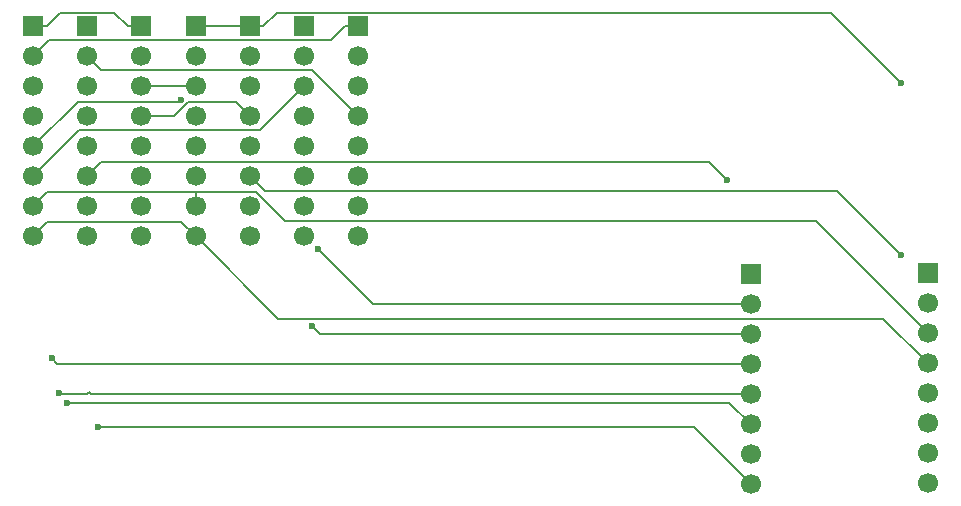
<source format=gtl>
%TF.GenerationSoftware,KiCad,Pcbnew,9.0.6*%
%TF.CreationDate,2025-12-05T12:09:09+01:00*%
%TF.ProjectId,Vikingboard,56696b69-6e67-4626-9f61-72642e6b6963,rev?*%
%TF.SameCoordinates,Original*%
%TF.FileFunction,Copper,L1,Top*%
%TF.FilePolarity,Positive*%
%FSLAX46Y46*%
G04 Gerber Fmt 4.6, Leading zero omitted, Abs format (unit mm)*
G04 Created by KiCad (PCBNEW 9.0.6) date 2025-12-05 12:09:09*
%MOMM*%
%LPD*%
G01*
G04 APERTURE LIST*
%TA.AperFunction,ComponentPad*%
%ADD10R,1.700000X1.700000*%
%TD*%
%TA.AperFunction,ComponentPad*%
%ADD11C,1.700000*%
%TD*%
%TA.AperFunction,ViaPad*%
%ADD12C,0.600000*%
%TD*%
%TA.AperFunction,Conductor*%
%ADD13C,0.200000*%
%TD*%
G04 APERTURE END LIST*
D10*
%TO.P,U2,1,REG*%
%TO.N,NRF24_IRQ*%
X111000000Y-90800000D03*
D11*
%TO.P,U2,2,SCL*%
%TO.N,KBD_RST*%
X111000000Y-93340000D03*
%TO.P,U2,3,SDA*%
%TO.N,KBD_INT*%
X111000000Y-95880000D03*
%TO.P,U2,4,IN/TRIG*%
%TO.N,FZ_GPIO1*%
X111000000Y-98420000D03*
%TO.P,U2,5,EN*%
%TO.N,FZ_GPIO2*%
X111000000Y-100960000D03*
%TO.P,U2,6,VDD/NC*%
%TO.N,FZ_GPIO3*%
X111000000Y-103500000D03*
%TO.P,U2,7,OUT+*%
%TO.N,FZ_GPIO4*%
X111000000Y-106040000D03*
%TO.P,U2,8,GND*%
%TO.N,FZ_GPIO5*%
X111000000Y-108580000D03*
%TD*%
D10*
%TO.P,U1,1,Pin_1*%
%TO.N,+5V_SYS*%
X59410000Y-69840000D03*
D11*
%TO.P,U1,2,Pin_2*%
%TO.N,GND*%
X59410000Y-72380000D03*
%TO.P,U1,3,Pin_3*%
%TO.N,EN*%
X59410000Y-74920000D03*
%TO.P,U1,4,Pin_4*%
%TO.N,SPI_SCK*%
X59410000Y-77460000D03*
%TO.P,U1,5,Pin_5*%
%TO.N,SPI_MOSI*%
X59410000Y-80000000D03*
%TO.P,U1,6*%
%TO.N,N/C*%
X59410000Y-82540000D03*
%TO.P,U1,7*%
X59410000Y-85080000D03*
%TO.P,U1,8*%
X59410000Y-87620000D03*
%TD*%
D10*
%TO.P,U7,1,Pin_1*%
%TO.N,+3V3_IO*%
X77770000Y-69840000D03*
D11*
%TO.P,U7,2,Pin_2*%
%TO.N,GND*%
X77770000Y-72380000D03*
%TO.P,U7,3,Pin_3*%
%TO.N,GPS_RX*%
X77770000Y-74920000D03*
%TO.P,U7,4,Pin_4*%
%TO.N,GPS_TX*%
X77770000Y-77460000D03*
%TO.P,U7,5,Pin_5*%
%TO.N,GPS_PPS*%
X77770000Y-80000000D03*
%TO.P,U7,6,Pin_6*%
%TO.N,GND*%
X77770000Y-82540000D03*
%TO.P,U7,7,Pin_7*%
X77770000Y-85080000D03*
%TO.P,U7,8,Pin_8*%
X77770000Y-87620000D03*
%TD*%
D10*
%TO.P,U3,1,OD/CLK*%
%TO.N,+3V3_RF*%
X64000000Y-69840000D03*
D11*
%TO.P,U3,2,I0*%
%TO.N,GND*%
X64000000Y-72380000D03*
%TO.P,U3,3,I1*%
%TO.N,EN*%
X64000000Y-74920000D03*
%TO.P,U3,4,I2*%
%TO.N,LORA_BUSY*%
X64000000Y-77460000D03*
%TO.P,U3,5,I3*%
%TO.N,LORA_DIO1*%
X64000000Y-80000000D03*
%TO.P,U3,6,I4*%
%TO.N,LORA_CS*%
X64000000Y-82540000D03*
%TO.P,U3,7,I5*%
%TO.N,SPI_SCK*%
X64000000Y-85080000D03*
%TO.P,U3,8,I6*%
%TO.N,SPI_MOSI*%
X64000000Y-87620000D03*
%TD*%
D10*
%TO.P,U6,1,Pin_1*%
%TO.N,KBD_INT*%
X73180000Y-69840000D03*
D11*
%TO.P,U6,2,Pin_2*%
%TO.N,I2C_SCL*%
X73180000Y-72380000D03*
%TO.P,U6,3,Pin_3*%
%TO.N,I2C_SDA*%
X73180000Y-74920000D03*
%TO.P,U6,4,Pin_4*%
%TO.N,KBD_RST*%
X73180000Y-77460000D03*
%TO.P,U6,5,Pin_5*%
%TO.N,GND*%
X73180000Y-80000000D03*
%TO.P,U6,6,Pin_6*%
%TO.N,+3V3_KBD*%
X73180000Y-82540000D03*
%TO.P,U6,7,Pin_7*%
%TO.N,GND*%
X73180000Y-85080000D03*
%TO.P,U6,8,Pin_8*%
X73180000Y-87620000D03*
%TD*%
D10*
%TO.P,J1,1,Pin_1*%
%TO.N,+5V_SYS*%
X50230000Y-69840000D03*
D11*
%TO.P,J1,2,Pin_2*%
%TO.N,+3V3_IO*%
X50230000Y-72380000D03*
%TO.P,J1,3,Pin_3*%
%TO.N,GND*%
X50230000Y-74920000D03*
%TO.P,J1,4,Pin_4*%
%TO.N,GPS_RX*%
X50230000Y-77460000D03*
%TO.P,J1,5,Pin_5*%
%TO.N,I2C_SCL*%
X50230000Y-80000000D03*
%TO.P,J1,6,Pin_6*%
%TO.N,I2C_SDA*%
X50230000Y-82540000D03*
%TO.P,J1,7,Pin_7*%
%TO.N,SPI_SCK*%
X50230000Y-85080000D03*
%TO.P,J1,8,Pin_8*%
%TO.N,SPI_MOSI*%
X50230000Y-87620000D03*
%TD*%
D10*
%TO.P,J2,1,Pin_1*%
%TO.N,SPI_MISO*%
X54820000Y-69840000D03*
D11*
%TO.P,J2,2,Pin_2*%
%TO.N,GPS_TX*%
X54820000Y-72380000D03*
%TO.P,J2,3,Pin_3*%
%TO.N,FZ_GPIO1*%
X54820000Y-74920000D03*
%TO.P,J2,4,Pin_4*%
%TO.N,FZ_GPIO2*%
X54820000Y-77460000D03*
%TO.P,J2,5,Pin_5*%
%TO.N,FZ_GPIO3*%
X54820000Y-80000000D03*
%TO.P,J2,6,Pin_6*%
%TO.N,FZ_GPIO4*%
X54820000Y-82540000D03*
%TO.P,J2,7,Pin_7*%
%TO.N,FZ_GPIO5*%
X54820000Y-85080000D03*
%TO.P,J2,8,Pin_8*%
%TO.N,EN*%
X54820000Y-87620000D03*
%TD*%
D10*
%TO.P,U4,1*%
%TO.N,+3V3_RF*%
X68590000Y-69840000D03*
D11*
%TO.P,U4,2*%
%TO.N,GND*%
X68590000Y-72380000D03*
%TO.P,U4,3*%
%TO.N,CC1101_CS*%
X68590000Y-74920000D03*
%TO.P,U4,4*%
%TO.N,SPI_SCK*%
X68590000Y-77460000D03*
%TO.P,U4,5*%
%TO.N,SPI_MOSI*%
X68590000Y-80000000D03*
%TO.P,U4,6*%
%TO.N,SPI_MISO*%
X68590000Y-82540000D03*
%TO.P,U4,7*%
%TO.N,CC1101_GDO0*%
X68590000Y-85080000D03*
%TO.P,U4,8*%
%TO.N,GND*%
X68590000Y-87620000D03*
%TD*%
D10*
%TO.P,U5,1,RFI_LF*%
%TO.N,+3V3_RF*%
X126000000Y-90760000D03*
D11*
%TO.P,U5,2,VR_ANA*%
%TO.N,GND*%
X126000000Y-93300000D03*
%TO.P,U5,3,VBAT_ANA*%
%TO.N,SPI_SCK*%
X126000000Y-95840000D03*
%TO.P,U5,4,VR_DIG*%
%TO.N,SPI_MOSI*%
X126000000Y-98380000D03*
%TO.P,U5,5,XTA*%
%TO.N,SPI_MISO*%
X126000000Y-100920000D03*
%TO.P,U5,6,XTB*%
%TO.N,NRF24_CS*%
X126000000Y-103460000D03*
%TO.P,U5,7,~{RESET}*%
%TO.N,NRF24_CE*%
X126000000Y-106000000D03*
%TO.P,U5,8,DIO0*%
%TO.N,NRF24_IRQ*%
X126000000Y-108540000D03*
%TD*%
D12*
%TO.N,I2C_SCL*%
X62748300Y-76053100D03*
%TO.N,SPI_MISO*%
X123706100Y-89209800D03*
%TO.N,FZ_GPIO1*%
X51828500Y-97956600D03*
%TO.N,FZ_GPIO2*%
X52426800Y-100872200D03*
%TO.N,FZ_GPIO3*%
X53125100Y-101695000D03*
%TO.N,FZ_GPIO4*%
X108962400Y-82815400D03*
%TO.N,FZ_GPIO5*%
X55763400Y-103787800D03*
%TO.N,KBD_RST*%
X74368800Y-88696400D03*
%TO.N,KBD_INT*%
X73876500Y-95224300D03*
%TO.N,+3V3_RF*%
X123739900Y-74631800D03*
%TD*%
D13*
%TO.N,+5V_SYS*%
X58258300Y-69840000D02*
X57106600Y-68688300D01*
X52533400Y-68688300D02*
X51381700Y-69840000D01*
X59410000Y-69840000D02*
X58258300Y-69840000D01*
X57106600Y-68688300D02*
X52533400Y-68688300D01*
X50230000Y-69840000D02*
X51381700Y-69840000D01*
%TO.N,+3V3_IO*%
X76618300Y-69840000D02*
X75466600Y-70991700D01*
X51618300Y-70991700D02*
X50230000Y-72380000D01*
X77770000Y-69840000D02*
X76618300Y-69840000D01*
X75466600Y-70991700D02*
X51618300Y-70991700D01*
%TO.N,I2C_SCL*%
X62596200Y-76205200D02*
X54024800Y-76205200D01*
X62748300Y-76053100D02*
X62596200Y-76205200D01*
X54024800Y-76205200D02*
X50230000Y-80000000D01*
%TO.N,I2C_SDA*%
X50230000Y-82540000D02*
X54158200Y-78611800D01*
X69488200Y-78611800D02*
X73180000Y-74920000D01*
X54158200Y-78611800D02*
X69488200Y-78611800D01*
%TO.N,SPI_SCK*%
X62192300Y-77460000D02*
X63382800Y-76269500D01*
X67399500Y-76269500D02*
X68590000Y-77460000D01*
X63382800Y-76269500D02*
X67399500Y-76269500D01*
X51420600Y-83889400D02*
X64000000Y-83889400D01*
X69097100Y-83889400D02*
X64000000Y-83889400D01*
X126000000Y-95840000D02*
X116510000Y-86350000D01*
X50230000Y-85080000D02*
X51420600Y-83889400D01*
X64000000Y-85080000D02*
X64000000Y-83889400D01*
X59410000Y-77460000D02*
X62192300Y-77460000D01*
X116510000Y-86350000D02*
X71557700Y-86350000D01*
X71557700Y-86350000D02*
X69097100Y-83889400D01*
%TO.N,SPI_MOSI*%
X126000000Y-98380000D02*
X122230000Y-94610000D01*
X70990000Y-94610000D02*
X64000000Y-87620000D01*
X122230000Y-94610000D02*
X70990000Y-94610000D01*
X62809400Y-86429400D02*
X64000000Y-87620000D01*
X50230000Y-87620000D02*
X51420600Y-86429400D01*
X51420600Y-86429400D02*
X62809400Y-86429400D01*
%TO.N,SPI_MISO*%
X123706100Y-89209800D02*
X118306300Y-83810000D01*
X118306300Y-83810000D02*
X69860000Y-83810000D01*
X69860000Y-83810000D02*
X68590000Y-82540000D01*
%TO.N,GPS_TX*%
X77770000Y-77460000D02*
X73860500Y-73550500D01*
X73860500Y-73550500D02*
X55990500Y-73550500D01*
X55990500Y-73550500D02*
X54820000Y-72380000D01*
%TO.N,FZ_GPIO1*%
X111000000Y-98420000D02*
X52291900Y-98420000D01*
X52291900Y-98420000D02*
X51828500Y-97956600D01*
%TO.N,FZ_GPIO2*%
X52513100Y-100958500D02*
X52426800Y-100872200D01*
X55127800Y-100960000D02*
X54961500Y-100793700D01*
X111000000Y-100960000D02*
X55127800Y-100960000D01*
X54796700Y-100958500D02*
X52513100Y-100958500D01*
X54961500Y-100793700D02*
X54796700Y-100958500D01*
X54961500Y-100793700D02*
X54796700Y-100958500D01*
%TO.N,FZ_GPIO3*%
X111000000Y-103500000D02*
X109195000Y-101695000D01*
X109195000Y-101695000D02*
X53125100Y-101695000D01*
%TO.N,FZ_GPIO4*%
X56010600Y-81349400D02*
X54820000Y-82540000D01*
X108962400Y-82815400D02*
X107496400Y-81349400D01*
X107496400Y-81349400D02*
X56010600Y-81349400D01*
%TO.N,FZ_GPIO5*%
X55763400Y-103787800D02*
X106207800Y-103787800D01*
X106207800Y-103787800D02*
X111000000Y-108580000D01*
%TO.N,EN*%
X59410000Y-74920000D02*
X64000000Y-74920000D01*
%TO.N,KBD_RST*%
X79012400Y-93340000D02*
X111000000Y-93340000D01*
X74368800Y-88696400D02*
X79012400Y-93340000D01*
%TO.N,KBD_INT*%
X74532200Y-95880000D02*
X111000000Y-95880000D01*
X73876500Y-95224300D02*
X74532200Y-95880000D01*
%TO.N,+3V3_RF*%
X70893400Y-68688300D02*
X69741700Y-69840000D01*
X123739900Y-74631800D02*
X117796400Y-68688300D01*
X68590000Y-69840000D02*
X69741700Y-69840000D01*
X64000000Y-69840000D02*
X68590000Y-69840000D01*
X117796400Y-68688300D02*
X70893400Y-68688300D01*
%TD*%
M02*

</source>
